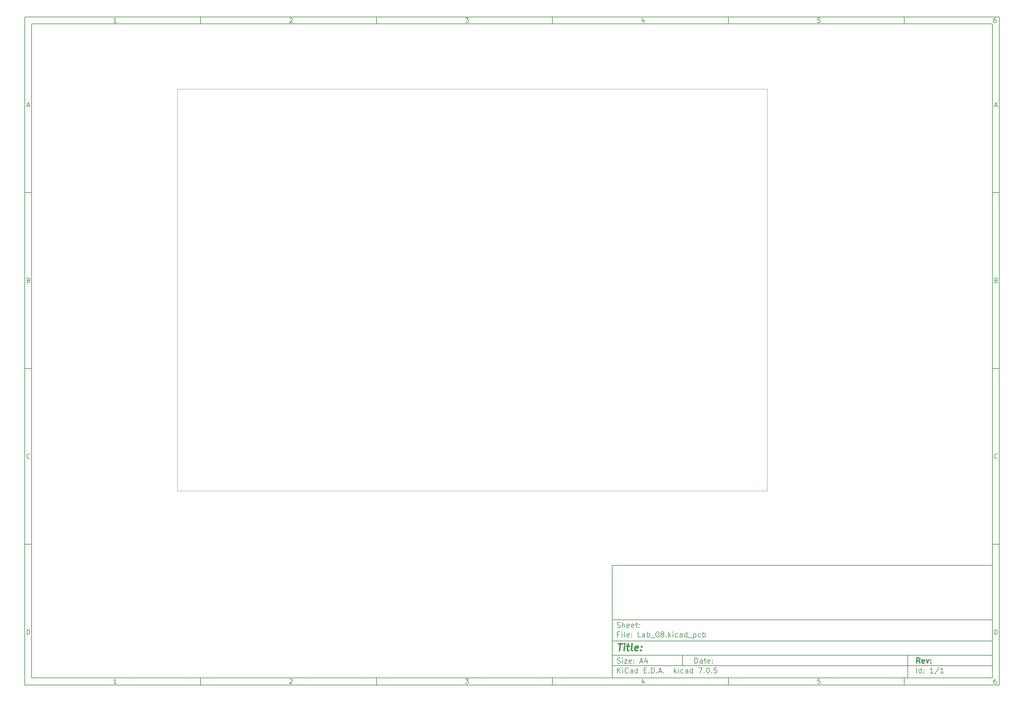
<source format=gbr>
%TF.GenerationSoftware,KiCad,Pcbnew,7.0.5*%
%TF.CreationDate,2024-03-20T11:13:37-04:00*%
%TF.ProjectId,Lab_08,4c61625f-3038-42e6-9b69-6361645f7063,rev?*%
%TF.SameCoordinates,Original*%
%TF.FileFunction,Profile,NP*%
%FSLAX46Y46*%
G04 Gerber Fmt 4.6, Leading zero omitted, Abs format (unit mm)*
G04 Created by KiCad (PCBNEW 7.0.5) date 2024-03-20 11:13:37*
%MOMM*%
%LPD*%
G01*
G04 APERTURE LIST*
%ADD10C,0.100000*%
%ADD11C,0.150000*%
%ADD12C,0.300000*%
%ADD13C,0.400000*%
%TA.AperFunction,Profile*%
%ADD14C,0.100000*%
%TD*%
G04 APERTURE END LIST*
D10*
D11*
X177002200Y-166007200D02*
X285002200Y-166007200D01*
X285002200Y-198007200D01*
X177002200Y-198007200D01*
X177002200Y-166007200D01*
D10*
D11*
X10000000Y-10000000D02*
X287002200Y-10000000D01*
X287002200Y-200007200D01*
X10000000Y-200007200D01*
X10000000Y-10000000D01*
D10*
D11*
X12000000Y-12000000D02*
X285002200Y-12000000D01*
X285002200Y-198007200D01*
X12000000Y-198007200D01*
X12000000Y-12000000D01*
D10*
D11*
X60000000Y-12000000D02*
X60000000Y-10000000D01*
D10*
D11*
X110000000Y-12000000D02*
X110000000Y-10000000D01*
D10*
D11*
X160000000Y-12000000D02*
X160000000Y-10000000D01*
D10*
D11*
X210000000Y-12000000D02*
X210000000Y-10000000D01*
D10*
D11*
X260000000Y-12000000D02*
X260000000Y-10000000D01*
D10*
D11*
X36089160Y-11593604D02*
X35346303Y-11593604D01*
X35717731Y-11593604D02*
X35717731Y-10293604D01*
X35717731Y-10293604D02*
X35593922Y-10479319D01*
X35593922Y-10479319D02*
X35470112Y-10603128D01*
X35470112Y-10603128D02*
X35346303Y-10665033D01*
D10*
D11*
X85346303Y-10417414D02*
X85408207Y-10355509D01*
X85408207Y-10355509D02*
X85532017Y-10293604D01*
X85532017Y-10293604D02*
X85841541Y-10293604D01*
X85841541Y-10293604D02*
X85965350Y-10355509D01*
X85965350Y-10355509D02*
X86027255Y-10417414D01*
X86027255Y-10417414D02*
X86089160Y-10541223D01*
X86089160Y-10541223D02*
X86089160Y-10665033D01*
X86089160Y-10665033D02*
X86027255Y-10850747D01*
X86027255Y-10850747D02*
X85284398Y-11593604D01*
X85284398Y-11593604D02*
X86089160Y-11593604D01*
D10*
D11*
X135284398Y-10293604D02*
X136089160Y-10293604D01*
X136089160Y-10293604D02*
X135655826Y-10788842D01*
X135655826Y-10788842D02*
X135841541Y-10788842D01*
X135841541Y-10788842D02*
X135965350Y-10850747D01*
X135965350Y-10850747D02*
X136027255Y-10912652D01*
X136027255Y-10912652D02*
X136089160Y-11036461D01*
X136089160Y-11036461D02*
X136089160Y-11345985D01*
X136089160Y-11345985D02*
X136027255Y-11469795D01*
X136027255Y-11469795D02*
X135965350Y-11531700D01*
X135965350Y-11531700D02*
X135841541Y-11593604D01*
X135841541Y-11593604D02*
X135470112Y-11593604D01*
X135470112Y-11593604D02*
X135346303Y-11531700D01*
X135346303Y-11531700D02*
X135284398Y-11469795D01*
D10*
D11*
X185965350Y-10726938D02*
X185965350Y-11593604D01*
X185655826Y-10231700D02*
X185346303Y-11160271D01*
X185346303Y-11160271D02*
X186151064Y-11160271D01*
D10*
D11*
X236027255Y-10293604D02*
X235408207Y-10293604D01*
X235408207Y-10293604D02*
X235346303Y-10912652D01*
X235346303Y-10912652D02*
X235408207Y-10850747D01*
X235408207Y-10850747D02*
X235532017Y-10788842D01*
X235532017Y-10788842D02*
X235841541Y-10788842D01*
X235841541Y-10788842D02*
X235965350Y-10850747D01*
X235965350Y-10850747D02*
X236027255Y-10912652D01*
X236027255Y-10912652D02*
X236089160Y-11036461D01*
X236089160Y-11036461D02*
X236089160Y-11345985D01*
X236089160Y-11345985D02*
X236027255Y-11469795D01*
X236027255Y-11469795D02*
X235965350Y-11531700D01*
X235965350Y-11531700D02*
X235841541Y-11593604D01*
X235841541Y-11593604D02*
X235532017Y-11593604D01*
X235532017Y-11593604D02*
X235408207Y-11531700D01*
X235408207Y-11531700D02*
X235346303Y-11469795D01*
D10*
D11*
X285965350Y-10293604D02*
X285717731Y-10293604D01*
X285717731Y-10293604D02*
X285593922Y-10355509D01*
X285593922Y-10355509D02*
X285532017Y-10417414D01*
X285532017Y-10417414D02*
X285408207Y-10603128D01*
X285408207Y-10603128D02*
X285346303Y-10850747D01*
X285346303Y-10850747D02*
X285346303Y-11345985D01*
X285346303Y-11345985D02*
X285408207Y-11469795D01*
X285408207Y-11469795D02*
X285470112Y-11531700D01*
X285470112Y-11531700D02*
X285593922Y-11593604D01*
X285593922Y-11593604D02*
X285841541Y-11593604D01*
X285841541Y-11593604D02*
X285965350Y-11531700D01*
X285965350Y-11531700D02*
X286027255Y-11469795D01*
X286027255Y-11469795D02*
X286089160Y-11345985D01*
X286089160Y-11345985D02*
X286089160Y-11036461D01*
X286089160Y-11036461D02*
X286027255Y-10912652D01*
X286027255Y-10912652D02*
X285965350Y-10850747D01*
X285965350Y-10850747D02*
X285841541Y-10788842D01*
X285841541Y-10788842D02*
X285593922Y-10788842D01*
X285593922Y-10788842D02*
X285470112Y-10850747D01*
X285470112Y-10850747D02*
X285408207Y-10912652D01*
X285408207Y-10912652D02*
X285346303Y-11036461D01*
D10*
D11*
X60000000Y-198007200D02*
X60000000Y-200007200D01*
D10*
D11*
X110000000Y-198007200D02*
X110000000Y-200007200D01*
D10*
D11*
X160000000Y-198007200D02*
X160000000Y-200007200D01*
D10*
D11*
X210000000Y-198007200D02*
X210000000Y-200007200D01*
D10*
D11*
X260000000Y-198007200D02*
X260000000Y-200007200D01*
D10*
D11*
X36089160Y-199600804D02*
X35346303Y-199600804D01*
X35717731Y-199600804D02*
X35717731Y-198300804D01*
X35717731Y-198300804D02*
X35593922Y-198486519D01*
X35593922Y-198486519D02*
X35470112Y-198610328D01*
X35470112Y-198610328D02*
X35346303Y-198672233D01*
D10*
D11*
X85346303Y-198424614D02*
X85408207Y-198362709D01*
X85408207Y-198362709D02*
X85532017Y-198300804D01*
X85532017Y-198300804D02*
X85841541Y-198300804D01*
X85841541Y-198300804D02*
X85965350Y-198362709D01*
X85965350Y-198362709D02*
X86027255Y-198424614D01*
X86027255Y-198424614D02*
X86089160Y-198548423D01*
X86089160Y-198548423D02*
X86089160Y-198672233D01*
X86089160Y-198672233D02*
X86027255Y-198857947D01*
X86027255Y-198857947D02*
X85284398Y-199600804D01*
X85284398Y-199600804D02*
X86089160Y-199600804D01*
D10*
D11*
X135284398Y-198300804D02*
X136089160Y-198300804D01*
X136089160Y-198300804D02*
X135655826Y-198796042D01*
X135655826Y-198796042D02*
X135841541Y-198796042D01*
X135841541Y-198796042D02*
X135965350Y-198857947D01*
X135965350Y-198857947D02*
X136027255Y-198919852D01*
X136027255Y-198919852D02*
X136089160Y-199043661D01*
X136089160Y-199043661D02*
X136089160Y-199353185D01*
X136089160Y-199353185D02*
X136027255Y-199476995D01*
X136027255Y-199476995D02*
X135965350Y-199538900D01*
X135965350Y-199538900D02*
X135841541Y-199600804D01*
X135841541Y-199600804D02*
X135470112Y-199600804D01*
X135470112Y-199600804D02*
X135346303Y-199538900D01*
X135346303Y-199538900D02*
X135284398Y-199476995D01*
D10*
D11*
X185965350Y-198734138D02*
X185965350Y-199600804D01*
X185655826Y-198238900D02*
X185346303Y-199167471D01*
X185346303Y-199167471D02*
X186151064Y-199167471D01*
D10*
D11*
X236027255Y-198300804D02*
X235408207Y-198300804D01*
X235408207Y-198300804D02*
X235346303Y-198919852D01*
X235346303Y-198919852D02*
X235408207Y-198857947D01*
X235408207Y-198857947D02*
X235532017Y-198796042D01*
X235532017Y-198796042D02*
X235841541Y-198796042D01*
X235841541Y-198796042D02*
X235965350Y-198857947D01*
X235965350Y-198857947D02*
X236027255Y-198919852D01*
X236027255Y-198919852D02*
X236089160Y-199043661D01*
X236089160Y-199043661D02*
X236089160Y-199353185D01*
X236089160Y-199353185D02*
X236027255Y-199476995D01*
X236027255Y-199476995D02*
X235965350Y-199538900D01*
X235965350Y-199538900D02*
X235841541Y-199600804D01*
X235841541Y-199600804D02*
X235532017Y-199600804D01*
X235532017Y-199600804D02*
X235408207Y-199538900D01*
X235408207Y-199538900D02*
X235346303Y-199476995D01*
D10*
D11*
X285965350Y-198300804D02*
X285717731Y-198300804D01*
X285717731Y-198300804D02*
X285593922Y-198362709D01*
X285593922Y-198362709D02*
X285532017Y-198424614D01*
X285532017Y-198424614D02*
X285408207Y-198610328D01*
X285408207Y-198610328D02*
X285346303Y-198857947D01*
X285346303Y-198857947D02*
X285346303Y-199353185D01*
X285346303Y-199353185D02*
X285408207Y-199476995D01*
X285408207Y-199476995D02*
X285470112Y-199538900D01*
X285470112Y-199538900D02*
X285593922Y-199600804D01*
X285593922Y-199600804D02*
X285841541Y-199600804D01*
X285841541Y-199600804D02*
X285965350Y-199538900D01*
X285965350Y-199538900D02*
X286027255Y-199476995D01*
X286027255Y-199476995D02*
X286089160Y-199353185D01*
X286089160Y-199353185D02*
X286089160Y-199043661D01*
X286089160Y-199043661D02*
X286027255Y-198919852D01*
X286027255Y-198919852D02*
X285965350Y-198857947D01*
X285965350Y-198857947D02*
X285841541Y-198796042D01*
X285841541Y-198796042D02*
X285593922Y-198796042D01*
X285593922Y-198796042D02*
X285470112Y-198857947D01*
X285470112Y-198857947D02*
X285408207Y-198919852D01*
X285408207Y-198919852D02*
X285346303Y-199043661D01*
D10*
D11*
X10000000Y-60000000D02*
X12000000Y-60000000D01*
D10*
D11*
X10000000Y-110000000D02*
X12000000Y-110000000D01*
D10*
D11*
X10000000Y-160000000D02*
X12000000Y-160000000D01*
D10*
D11*
X10690476Y-35222176D02*
X11309523Y-35222176D01*
X10566666Y-35593604D02*
X10999999Y-34293604D01*
X10999999Y-34293604D02*
X11433333Y-35593604D01*
D10*
D11*
X11092857Y-84912652D02*
X11278571Y-84974557D01*
X11278571Y-84974557D02*
X11340476Y-85036461D01*
X11340476Y-85036461D02*
X11402380Y-85160271D01*
X11402380Y-85160271D02*
X11402380Y-85345985D01*
X11402380Y-85345985D02*
X11340476Y-85469795D01*
X11340476Y-85469795D02*
X11278571Y-85531700D01*
X11278571Y-85531700D02*
X11154761Y-85593604D01*
X11154761Y-85593604D02*
X10659523Y-85593604D01*
X10659523Y-85593604D02*
X10659523Y-84293604D01*
X10659523Y-84293604D02*
X11092857Y-84293604D01*
X11092857Y-84293604D02*
X11216666Y-84355509D01*
X11216666Y-84355509D02*
X11278571Y-84417414D01*
X11278571Y-84417414D02*
X11340476Y-84541223D01*
X11340476Y-84541223D02*
X11340476Y-84665033D01*
X11340476Y-84665033D02*
X11278571Y-84788842D01*
X11278571Y-84788842D02*
X11216666Y-84850747D01*
X11216666Y-84850747D02*
X11092857Y-84912652D01*
X11092857Y-84912652D02*
X10659523Y-84912652D01*
D10*
D11*
X11402380Y-135469795D02*
X11340476Y-135531700D01*
X11340476Y-135531700D02*
X11154761Y-135593604D01*
X11154761Y-135593604D02*
X11030952Y-135593604D01*
X11030952Y-135593604D02*
X10845238Y-135531700D01*
X10845238Y-135531700D02*
X10721428Y-135407890D01*
X10721428Y-135407890D02*
X10659523Y-135284080D01*
X10659523Y-135284080D02*
X10597619Y-135036461D01*
X10597619Y-135036461D02*
X10597619Y-134850747D01*
X10597619Y-134850747D02*
X10659523Y-134603128D01*
X10659523Y-134603128D02*
X10721428Y-134479319D01*
X10721428Y-134479319D02*
X10845238Y-134355509D01*
X10845238Y-134355509D02*
X11030952Y-134293604D01*
X11030952Y-134293604D02*
X11154761Y-134293604D01*
X11154761Y-134293604D02*
X11340476Y-134355509D01*
X11340476Y-134355509D02*
X11402380Y-134417414D01*
D10*
D11*
X10659523Y-185593604D02*
X10659523Y-184293604D01*
X10659523Y-184293604D02*
X10969047Y-184293604D01*
X10969047Y-184293604D02*
X11154761Y-184355509D01*
X11154761Y-184355509D02*
X11278571Y-184479319D01*
X11278571Y-184479319D02*
X11340476Y-184603128D01*
X11340476Y-184603128D02*
X11402380Y-184850747D01*
X11402380Y-184850747D02*
X11402380Y-185036461D01*
X11402380Y-185036461D02*
X11340476Y-185284080D01*
X11340476Y-185284080D02*
X11278571Y-185407890D01*
X11278571Y-185407890D02*
X11154761Y-185531700D01*
X11154761Y-185531700D02*
X10969047Y-185593604D01*
X10969047Y-185593604D02*
X10659523Y-185593604D01*
D10*
D11*
X287002200Y-60000000D02*
X285002200Y-60000000D01*
D10*
D11*
X287002200Y-110000000D02*
X285002200Y-110000000D01*
D10*
D11*
X287002200Y-160000000D02*
X285002200Y-160000000D01*
D10*
D11*
X285692676Y-35222176D02*
X286311723Y-35222176D01*
X285568866Y-35593604D02*
X286002199Y-34293604D01*
X286002199Y-34293604D02*
X286435533Y-35593604D01*
D10*
D11*
X286095057Y-84912652D02*
X286280771Y-84974557D01*
X286280771Y-84974557D02*
X286342676Y-85036461D01*
X286342676Y-85036461D02*
X286404580Y-85160271D01*
X286404580Y-85160271D02*
X286404580Y-85345985D01*
X286404580Y-85345985D02*
X286342676Y-85469795D01*
X286342676Y-85469795D02*
X286280771Y-85531700D01*
X286280771Y-85531700D02*
X286156961Y-85593604D01*
X286156961Y-85593604D02*
X285661723Y-85593604D01*
X285661723Y-85593604D02*
X285661723Y-84293604D01*
X285661723Y-84293604D02*
X286095057Y-84293604D01*
X286095057Y-84293604D02*
X286218866Y-84355509D01*
X286218866Y-84355509D02*
X286280771Y-84417414D01*
X286280771Y-84417414D02*
X286342676Y-84541223D01*
X286342676Y-84541223D02*
X286342676Y-84665033D01*
X286342676Y-84665033D02*
X286280771Y-84788842D01*
X286280771Y-84788842D02*
X286218866Y-84850747D01*
X286218866Y-84850747D02*
X286095057Y-84912652D01*
X286095057Y-84912652D02*
X285661723Y-84912652D01*
D10*
D11*
X286404580Y-135469795D02*
X286342676Y-135531700D01*
X286342676Y-135531700D02*
X286156961Y-135593604D01*
X286156961Y-135593604D02*
X286033152Y-135593604D01*
X286033152Y-135593604D02*
X285847438Y-135531700D01*
X285847438Y-135531700D02*
X285723628Y-135407890D01*
X285723628Y-135407890D02*
X285661723Y-135284080D01*
X285661723Y-135284080D02*
X285599819Y-135036461D01*
X285599819Y-135036461D02*
X285599819Y-134850747D01*
X285599819Y-134850747D02*
X285661723Y-134603128D01*
X285661723Y-134603128D02*
X285723628Y-134479319D01*
X285723628Y-134479319D02*
X285847438Y-134355509D01*
X285847438Y-134355509D02*
X286033152Y-134293604D01*
X286033152Y-134293604D02*
X286156961Y-134293604D01*
X286156961Y-134293604D02*
X286342676Y-134355509D01*
X286342676Y-134355509D02*
X286404580Y-134417414D01*
D10*
D11*
X285661723Y-185593604D02*
X285661723Y-184293604D01*
X285661723Y-184293604D02*
X285971247Y-184293604D01*
X285971247Y-184293604D02*
X286156961Y-184355509D01*
X286156961Y-184355509D02*
X286280771Y-184479319D01*
X286280771Y-184479319D02*
X286342676Y-184603128D01*
X286342676Y-184603128D02*
X286404580Y-184850747D01*
X286404580Y-184850747D02*
X286404580Y-185036461D01*
X286404580Y-185036461D02*
X286342676Y-185284080D01*
X286342676Y-185284080D02*
X286280771Y-185407890D01*
X286280771Y-185407890D02*
X286156961Y-185531700D01*
X286156961Y-185531700D02*
X285971247Y-185593604D01*
X285971247Y-185593604D02*
X285661723Y-185593604D01*
D10*
D11*
X200458026Y-193793328D02*
X200458026Y-192293328D01*
X200458026Y-192293328D02*
X200815169Y-192293328D01*
X200815169Y-192293328D02*
X201029455Y-192364757D01*
X201029455Y-192364757D02*
X201172312Y-192507614D01*
X201172312Y-192507614D02*
X201243741Y-192650471D01*
X201243741Y-192650471D02*
X201315169Y-192936185D01*
X201315169Y-192936185D02*
X201315169Y-193150471D01*
X201315169Y-193150471D02*
X201243741Y-193436185D01*
X201243741Y-193436185D02*
X201172312Y-193579042D01*
X201172312Y-193579042D02*
X201029455Y-193721900D01*
X201029455Y-193721900D02*
X200815169Y-193793328D01*
X200815169Y-193793328D02*
X200458026Y-193793328D01*
X202600884Y-193793328D02*
X202600884Y-193007614D01*
X202600884Y-193007614D02*
X202529455Y-192864757D01*
X202529455Y-192864757D02*
X202386598Y-192793328D01*
X202386598Y-192793328D02*
X202100884Y-192793328D01*
X202100884Y-192793328D02*
X201958026Y-192864757D01*
X202600884Y-193721900D02*
X202458026Y-193793328D01*
X202458026Y-193793328D02*
X202100884Y-193793328D01*
X202100884Y-193793328D02*
X201958026Y-193721900D01*
X201958026Y-193721900D02*
X201886598Y-193579042D01*
X201886598Y-193579042D02*
X201886598Y-193436185D01*
X201886598Y-193436185D02*
X201958026Y-193293328D01*
X201958026Y-193293328D02*
X202100884Y-193221900D01*
X202100884Y-193221900D02*
X202458026Y-193221900D01*
X202458026Y-193221900D02*
X202600884Y-193150471D01*
X203100884Y-192793328D02*
X203672312Y-192793328D01*
X203315169Y-192293328D02*
X203315169Y-193579042D01*
X203315169Y-193579042D02*
X203386598Y-193721900D01*
X203386598Y-193721900D02*
X203529455Y-193793328D01*
X203529455Y-193793328D02*
X203672312Y-193793328D01*
X204743741Y-193721900D02*
X204600884Y-193793328D01*
X204600884Y-193793328D02*
X204315170Y-193793328D01*
X204315170Y-193793328D02*
X204172312Y-193721900D01*
X204172312Y-193721900D02*
X204100884Y-193579042D01*
X204100884Y-193579042D02*
X204100884Y-193007614D01*
X204100884Y-193007614D02*
X204172312Y-192864757D01*
X204172312Y-192864757D02*
X204315170Y-192793328D01*
X204315170Y-192793328D02*
X204600884Y-192793328D01*
X204600884Y-192793328D02*
X204743741Y-192864757D01*
X204743741Y-192864757D02*
X204815170Y-193007614D01*
X204815170Y-193007614D02*
X204815170Y-193150471D01*
X204815170Y-193150471D02*
X204100884Y-193293328D01*
X205458026Y-193650471D02*
X205529455Y-193721900D01*
X205529455Y-193721900D02*
X205458026Y-193793328D01*
X205458026Y-193793328D02*
X205386598Y-193721900D01*
X205386598Y-193721900D02*
X205458026Y-193650471D01*
X205458026Y-193650471D02*
X205458026Y-193793328D01*
X205458026Y-192864757D02*
X205529455Y-192936185D01*
X205529455Y-192936185D02*
X205458026Y-193007614D01*
X205458026Y-193007614D02*
X205386598Y-192936185D01*
X205386598Y-192936185D02*
X205458026Y-192864757D01*
X205458026Y-192864757D02*
X205458026Y-193007614D01*
D10*
D11*
X177002200Y-194507200D02*
X285002200Y-194507200D01*
D10*
D11*
X178458026Y-196593328D02*
X178458026Y-195093328D01*
X179315169Y-196593328D02*
X178672312Y-195736185D01*
X179315169Y-195093328D02*
X178458026Y-195950471D01*
X179958026Y-196593328D02*
X179958026Y-195593328D01*
X179958026Y-195093328D02*
X179886598Y-195164757D01*
X179886598Y-195164757D02*
X179958026Y-195236185D01*
X179958026Y-195236185D02*
X180029455Y-195164757D01*
X180029455Y-195164757D02*
X179958026Y-195093328D01*
X179958026Y-195093328D02*
X179958026Y-195236185D01*
X181529455Y-196450471D02*
X181458027Y-196521900D01*
X181458027Y-196521900D02*
X181243741Y-196593328D01*
X181243741Y-196593328D02*
X181100884Y-196593328D01*
X181100884Y-196593328D02*
X180886598Y-196521900D01*
X180886598Y-196521900D02*
X180743741Y-196379042D01*
X180743741Y-196379042D02*
X180672312Y-196236185D01*
X180672312Y-196236185D02*
X180600884Y-195950471D01*
X180600884Y-195950471D02*
X180600884Y-195736185D01*
X180600884Y-195736185D02*
X180672312Y-195450471D01*
X180672312Y-195450471D02*
X180743741Y-195307614D01*
X180743741Y-195307614D02*
X180886598Y-195164757D01*
X180886598Y-195164757D02*
X181100884Y-195093328D01*
X181100884Y-195093328D02*
X181243741Y-195093328D01*
X181243741Y-195093328D02*
X181458027Y-195164757D01*
X181458027Y-195164757D02*
X181529455Y-195236185D01*
X182815170Y-196593328D02*
X182815170Y-195807614D01*
X182815170Y-195807614D02*
X182743741Y-195664757D01*
X182743741Y-195664757D02*
X182600884Y-195593328D01*
X182600884Y-195593328D02*
X182315170Y-195593328D01*
X182315170Y-195593328D02*
X182172312Y-195664757D01*
X182815170Y-196521900D02*
X182672312Y-196593328D01*
X182672312Y-196593328D02*
X182315170Y-196593328D01*
X182315170Y-196593328D02*
X182172312Y-196521900D01*
X182172312Y-196521900D02*
X182100884Y-196379042D01*
X182100884Y-196379042D02*
X182100884Y-196236185D01*
X182100884Y-196236185D02*
X182172312Y-196093328D01*
X182172312Y-196093328D02*
X182315170Y-196021900D01*
X182315170Y-196021900D02*
X182672312Y-196021900D01*
X182672312Y-196021900D02*
X182815170Y-195950471D01*
X184172313Y-196593328D02*
X184172313Y-195093328D01*
X184172313Y-196521900D02*
X184029455Y-196593328D01*
X184029455Y-196593328D02*
X183743741Y-196593328D01*
X183743741Y-196593328D02*
X183600884Y-196521900D01*
X183600884Y-196521900D02*
X183529455Y-196450471D01*
X183529455Y-196450471D02*
X183458027Y-196307614D01*
X183458027Y-196307614D02*
X183458027Y-195879042D01*
X183458027Y-195879042D02*
X183529455Y-195736185D01*
X183529455Y-195736185D02*
X183600884Y-195664757D01*
X183600884Y-195664757D02*
X183743741Y-195593328D01*
X183743741Y-195593328D02*
X184029455Y-195593328D01*
X184029455Y-195593328D02*
X184172313Y-195664757D01*
X186029455Y-195807614D02*
X186529455Y-195807614D01*
X186743741Y-196593328D02*
X186029455Y-196593328D01*
X186029455Y-196593328D02*
X186029455Y-195093328D01*
X186029455Y-195093328D02*
X186743741Y-195093328D01*
X187386598Y-196450471D02*
X187458027Y-196521900D01*
X187458027Y-196521900D02*
X187386598Y-196593328D01*
X187386598Y-196593328D02*
X187315170Y-196521900D01*
X187315170Y-196521900D02*
X187386598Y-196450471D01*
X187386598Y-196450471D02*
X187386598Y-196593328D01*
X188100884Y-196593328D02*
X188100884Y-195093328D01*
X188100884Y-195093328D02*
X188458027Y-195093328D01*
X188458027Y-195093328D02*
X188672313Y-195164757D01*
X188672313Y-195164757D02*
X188815170Y-195307614D01*
X188815170Y-195307614D02*
X188886599Y-195450471D01*
X188886599Y-195450471D02*
X188958027Y-195736185D01*
X188958027Y-195736185D02*
X188958027Y-195950471D01*
X188958027Y-195950471D02*
X188886599Y-196236185D01*
X188886599Y-196236185D02*
X188815170Y-196379042D01*
X188815170Y-196379042D02*
X188672313Y-196521900D01*
X188672313Y-196521900D02*
X188458027Y-196593328D01*
X188458027Y-196593328D02*
X188100884Y-196593328D01*
X189600884Y-196450471D02*
X189672313Y-196521900D01*
X189672313Y-196521900D02*
X189600884Y-196593328D01*
X189600884Y-196593328D02*
X189529456Y-196521900D01*
X189529456Y-196521900D02*
X189600884Y-196450471D01*
X189600884Y-196450471D02*
X189600884Y-196593328D01*
X190243742Y-196164757D02*
X190958028Y-196164757D01*
X190100885Y-196593328D02*
X190600885Y-195093328D01*
X190600885Y-195093328D02*
X191100885Y-196593328D01*
X191600884Y-196450471D02*
X191672313Y-196521900D01*
X191672313Y-196521900D02*
X191600884Y-196593328D01*
X191600884Y-196593328D02*
X191529456Y-196521900D01*
X191529456Y-196521900D02*
X191600884Y-196450471D01*
X191600884Y-196450471D02*
X191600884Y-196593328D01*
X194600884Y-196593328D02*
X194600884Y-195093328D01*
X194743742Y-196021900D02*
X195172313Y-196593328D01*
X195172313Y-195593328D02*
X194600884Y-196164757D01*
X195815170Y-196593328D02*
X195815170Y-195593328D01*
X195815170Y-195093328D02*
X195743742Y-195164757D01*
X195743742Y-195164757D02*
X195815170Y-195236185D01*
X195815170Y-195236185D02*
X195886599Y-195164757D01*
X195886599Y-195164757D02*
X195815170Y-195093328D01*
X195815170Y-195093328D02*
X195815170Y-195236185D01*
X197172314Y-196521900D02*
X197029456Y-196593328D01*
X197029456Y-196593328D02*
X196743742Y-196593328D01*
X196743742Y-196593328D02*
X196600885Y-196521900D01*
X196600885Y-196521900D02*
X196529456Y-196450471D01*
X196529456Y-196450471D02*
X196458028Y-196307614D01*
X196458028Y-196307614D02*
X196458028Y-195879042D01*
X196458028Y-195879042D02*
X196529456Y-195736185D01*
X196529456Y-195736185D02*
X196600885Y-195664757D01*
X196600885Y-195664757D02*
X196743742Y-195593328D01*
X196743742Y-195593328D02*
X197029456Y-195593328D01*
X197029456Y-195593328D02*
X197172314Y-195664757D01*
X198458028Y-196593328D02*
X198458028Y-195807614D01*
X198458028Y-195807614D02*
X198386599Y-195664757D01*
X198386599Y-195664757D02*
X198243742Y-195593328D01*
X198243742Y-195593328D02*
X197958028Y-195593328D01*
X197958028Y-195593328D02*
X197815170Y-195664757D01*
X198458028Y-196521900D02*
X198315170Y-196593328D01*
X198315170Y-196593328D02*
X197958028Y-196593328D01*
X197958028Y-196593328D02*
X197815170Y-196521900D01*
X197815170Y-196521900D02*
X197743742Y-196379042D01*
X197743742Y-196379042D02*
X197743742Y-196236185D01*
X197743742Y-196236185D02*
X197815170Y-196093328D01*
X197815170Y-196093328D02*
X197958028Y-196021900D01*
X197958028Y-196021900D02*
X198315170Y-196021900D01*
X198315170Y-196021900D02*
X198458028Y-195950471D01*
X199815171Y-196593328D02*
X199815171Y-195093328D01*
X199815171Y-196521900D02*
X199672313Y-196593328D01*
X199672313Y-196593328D02*
X199386599Y-196593328D01*
X199386599Y-196593328D02*
X199243742Y-196521900D01*
X199243742Y-196521900D02*
X199172313Y-196450471D01*
X199172313Y-196450471D02*
X199100885Y-196307614D01*
X199100885Y-196307614D02*
X199100885Y-195879042D01*
X199100885Y-195879042D02*
X199172313Y-195736185D01*
X199172313Y-195736185D02*
X199243742Y-195664757D01*
X199243742Y-195664757D02*
X199386599Y-195593328D01*
X199386599Y-195593328D02*
X199672313Y-195593328D01*
X199672313Y-195593328D02*
X199815171Y-195664757D01*
X201529456Y-195093328D02*
X202529456Y-195093328D01*
X202529456Y-195093328D02*
X201886599Y-196593328D01*
X203100884Y-196450471D02*
X203172313Y-196521900D01*
X203172313Y-196521900D02*
X203100884Y-196593328D01*
X203100884Y-196593328D02*
X203029456Y-196521900D01*
X203029456Y-196521900D02*
X203100884Y-196450471D01*
X203100884Y-196450471D02*
X203100884Y-196593328D01*
X204100885Y-195093328D02*
X204243742Y-195093328D01*
X204243742Y-195093328D02*
X204386599Y-195164757D01*
X204386599Y-195164757D02*
X204458028Y-195236185D01*
X204458028Y-195236185D02*
X204529456Y-195379042D01*
X204529456Y-195379042D02*
X204600885Y-195664757D01*
X204600885Y-195664757D02*
X204600885Y-196021900D01*
X204600885Y-196021900D02*
X204529456Y-196307614D01*
X204529456Y-196307614D02*
X204458028Y-196450471D01*
X204458028Y-196450471D02*
X204386599Y-196521900D01*
X204386599Y-196521900D02*
X204243742Y-196593328D01*
X204243742Y-196593328D02*
X204100885Y-196593328D01*
X204100885Y-196593328D02*
X203958028Y-196521900D01*
X203958028Y-196521900D02*
X203886599Y-196450471D01*
X203886599Y-196450471D02*
X203815170Y-196307614D01*
X203815170Y-196307614D02*
X203743742Y-196021900D01*
X203743742Y-196021900D02*
X203743742Y-195664757D01*
X203743742Y-195664757D02*
X203815170Y-195379042D01*
X203815170Y-195379042D02*
X203886599Y-195236185D01*
X203886599Y-195236185D02*
X203958028Y-195164757D01*
X203958028Y-195164757D02*
X204100885Y-195093328D01*
X205243741Y-196450471D02*
X205315170Y-196521900D01*
X205315170Y-196521900D02*
X205243741Y-196593328D01*
X205243741Y-196593328D02*
X205172313Y-196521900D01*
X205172313Y-196521900D02*
X205243741Y-196450471D01*
X205243741Y-196450471D02*
X205243741Y-196593328D01*
X206672313Y-195093328D02*
X205958027Y-195093328D01*
X205958027Y-195093328D02*
X205886599Y-195807614D01*
X205886599Y-195807614D02*
X205958027Y-195736185D01*
X205958027Y-195736185D02*
X206100885Y-195664757D01*
X206100885Y-195664757D02*
X206458027Y-195664757D01*
X206458027Y-195664757D02*
X206600885Y-195736185D01*
X206600885Y-195736185D02*
X206672313Y-195807614D01*
X206672313Y-195807614D02*
X206743742Y-195950471D01*
X206743742Y-195950471D02*
X206743742Y-196307614D01*
X206743742Y-196307614D02*
X206672313Y-196450471D01*
X206672313Y-196450471D02*
X206600885Y-196521900D01*
X206600885Y-196521900D02*
X206458027Y-196593328D01*
X206458027Y-196593328D02*
X206100885Y-196593328D01*
X206100885Y-196593328D02*
X205958027Y-196521900D01*
X205958027Y-196521900D02*
X205886599Y-196450471D01*
D10*
D11*
X177002200Y-191507200D02*
X285002200Y-191507200D01*
D10*
D12*
X264413853Y-193785528D02*
X263913853Y-193071242D01*
X263556710Y-193785528D02*
X263556710Y-192285528D01*
X263556710Y-192285528D02*
X264128139Y-192285528D01*
X264128139Y-192285528D02*
X264270996Y-192356957D01*
X264270996Y-192356957D02*
X264342425Y-192428385D01*
X264342425Y-192428385D02*
X264413853Y-192571242D01*
X264413853Y-192571242D02*
X264413853Y-192785528D01*
X264413853Y-192785528D02*
X264342425Y-192928385D01*
X264342425Y-192928385D02*
X264270996Y-192999814D01*
X264270996Y-192999814D02*
X264128139Y-193071242D01*
X264128139Y-193071242D02*
X263556710Y-193071242D01*
X265628139Y-193714100D02*
X265485282Y-193785528D01*
X265485282Y-193785528D02*
X265199568Y-193785528D01*
X265199568Y-193785528D02*
X265056710Y-193714100D01*
X265056710Y-193714100D02*
X264985282Y-193571242D01*
X264985282Y-193571242D02*
X264985282Y-192999814D01*
X264985282Y-192999814D02*
X265056710Y-192856957D01*
X265056710Y-192856957D02*
X265199568Y-192785528D01*
X265199568Y-192785528D02*
X265485282Y-192785528D01*
X265485282Y-192785528D02*
X265628139Y-192856957D01*
X265628139Y-192856957D02*
X265699568Y-192999814D01*
X265699568Y-192999814D02*
X265699568Y-193142671D01*
X265699568Y-193142671D02*
X264985282Y-193285528D01*
X266199567Y-192785528D02*
X266556710Y-193785528D01*
X266556710Y-193785528D02*
X266913853Y-192785528D01*
X267485281Y-193642671D02*
X267556710Y-193714100D01*
X267556710Y-193714100D02*
X267485281Y-193785528D01*
X267485281Y-193785528D02*
X267413853Y-193714100D01*
X267413853Y-193714100D02*
X267485281Y-193642671D01*
X267485281Y-193642671D02*
X267485281Y-193785528D01*
X267485281Y-192856957D02*
X267556710Y-192928385D01*
X267556710Y-192928385D02*
X267485281Y-192999814D01*
X267485281Y-192999814D02*
X267413853Y-192928385D01*
X267413853Y-192928385D02*
X267485281Y-192856957D01*
X267485281Y-192856957D02*
X267485281Y-192999814D01*
D10*
D11*
X178386598Y-193721900D02*
X178600884Y-193793328D01*
X178600884Y-193793328D02*
X178958026Y-193793328D01*
X178958026Y-193793328D02*
X179100884Y-193721900D01*
X179100884Y-193721900D02*
X179172312Y-193650471D01*
X179172312Y-193650471D02*
X179243741Y-193507614D01*
X179243741Y-193507614D02*
X179243741Y-193364757D01*
X179243741Y-193364757D02*
X179172312Y-193221900D01*
X179172312Y-193221900D02*
X179100884Y-193150471D01*
X179100884Y-193150471D02*
X178958026Y-193079042D01*
X178958026Y-193079042D02*
X178672312Y-193007614D01*
X178672312Y-193007614D02*
X178529455Y-192936185D01*
X178529455Y-192936185D02*
X178458026Y-192864757D01*
X178458026Y-192864757D02*
X178386598Y-192721900D01*
X178386598Y-192721900D02*
X178386598Y-192579042D01*
X178386598Y-192579042D02*
X178458026Y-192436185D01*
X178458026Y-192436185D02*
X178529455Y-192364757D01*
X178529455Y-192364757D02*
X178672312Y-192293328D01*
X178672312Y-192293328D02*
X179029455Y-192293328D01*
X179029455Y-192293328D02*
X179243741Y-192364757D01*
X179886597Y-193793328D02*
X179886597Y-192793328D01*
X179886597Y-192293328D02*
X179815169Y-192364757D01*
X179815169Y-192364757D02*
X179886597Y-192436185D01*
X179886597Y-192436185D02*
X179958026Y-192364757D01*
X179958026Y-192364757D02*
X179886597Y-192293328D01*
X179886597Y-192293328D02*
X179886597Y-192436185D01*
X180458026Y-192793328D02*
X181243741Y-192793328D01*
X181243741Y-192793328D02*
X180458026Y-193793328D01*
X180458026Y-193793328D02*
X181243741Y-193793328D01*
X182386598Y-193721900D02*
X182243741Y-193793328D01*
X182243741Y-193793328D02*
X181958027Y-193793328D01*
X181958027Y-193793328D02*
X181815169Y-193721900D01*
X181815169Y-193721900D02*
X181743741Y-193579042D01*
X181743741Y-193579042D02*
X181743741Y-193007614D01*
X181743741Y-193007614D02*
X181815169Y-192864757D01*
X181815169Y-192864757D02*
X181958027Y-192793328D01*
X181958027Y-192793328D02*
X182243741Y-192793328D01*
X182243741Y-192793328D02*
X182386598Y-192864757D01*
X182386598Y-192864757D02*
X182458027Y-193007614D01*
X182458027Y-193007614D02*
X182458027Y-193150471D01*
X182458027Y-193150471D02*
X181743741Y-193293328D01*
X183100883Y-193650471D02*
X183172312Y-193721900D01*
X183172312Y-193721900D02*
X183100883Y-193793328D01*
X183100883Y-193793328D02*
X183029455Y-193721900D01*
X183029455Y-193721900D02*
X183100883Y-193650471D01*
X183100883Y-193650471D02*
X183100883Y-193793328D01*
X183100883Y-192864757D02*
X183172312Y-192936185D01*
X183172312Y-192936185D02*
X183100883Y-193007614D01*
X183100883Y-193007614D02*
X183029455Y-192936185D01*
X183029455Y-192936185D02*
X183100883Y-192864757D01*
X183100883Y-192864757D02*
X183100883Y-193007614D01*
X184886598Y-193364757D02*
X185600884Y-193364757D01*
X184743741Y-193793328D02*
X185243741Y-192293328D01*
X185243741Y-192293328D02*
X185743741Y-193793328D01*
X186886598Y-192793328D02*
X186886598Y-193793328D01*
X186529455Y-192221900D02*
X186172312Y-193293328D01*
X186172312Y-193293328D02*
X187100883Y-193293328D01*
D10*
D11*
X263458026Y-196593328D02*
X263458026Y-195093328D01*
X264815170Y-196593328D02*
X264815170Y-195093328D01*
X264815170Y-196521900D02*
X264672312Y-196593328D01*
X264672312Y-196593328D02*
X264386598Y-196593328D01*
X264386598Y-196593328D02*
X264243741Y-196521900D01*
X264243741Y-196521900D02*
X264172312Y-196450471D01*
X264172312Y-196450471D02*
X264100884Y-196307614D01*
X264100884Y-196307614D02*
X264100884Y-195879042D01*
X264100884Y-195879042D02*
X264172312Y-195736185D01*
X264172312Y-195736185D02*
X264243741Y-195664757D01*
X264243741Y-195664757D02*
X264386598Y-195593328D01*
X264386598Y-195593328D02*
X264672312Y-195593328D01*
X264672312Y-195593328D02*
X264815170Y-195664757D01*
X265529455Y-196450471D02*
X265600884Y-196521900D01*
X265600884Y-196521900D02*
X265529455Y-196593328D01*
X265529455Y-196593328D02*
X265458027Y-196521900D01*
X265458027Y-196521900D02*
X265529455Y-196450471D01*
X265529455Y-196450471D02*
X265529455Y-196593328D01*
X265529455Y-195664757D02*
X265600884Y-195736185D01*
X265600884Y-195736185D02*
X265529455Y-195807614D01*
X265529455Y-195807614D02*
X265458027Y-195736185D01*
X265458027Y-195736185D02*
X265529455Y-195664757D01*
X265529455Y-195664757D02*
X265529455Y-195807614D01*
X268172313Y-196593328D02*
X267315170Y-196593328D01*
X267743741Y-196593328D02*
X267743741Y-195093328D01*
X267743741Y-195093328D02*
X267600884Y-195307614D01*
X267600884Y-195307614D02*
X267458027Y-195450471D01*
X267458027Y-195450471D02*
X267315170Y-195521900D01*
X269886598Y-195021900D02*
X268600884Y-196950471D01*
X271172313Y-196593328D02*
X270315170Y-196593328D01*
X270743741Y-196593328D02*
X270743741Y-195093328D01*
X270743741Y-195093328D02*
X270600884Y-195307614D01*
X270600884Y-195307614D02*
X270458027Y-195450471D01*
X270458027Y-195450471D02*
X270315170Y-195521900D01*
D10*
D11*
X177002200Y-187507200D02*
X285002200Y-187507200D01*
D10*
D13*
X178693928Y-188211638D02*
X179836785Y-188211638D01*
X179015357Y-190211638D02*
X179265357Y-188211638D01*
X180253452Y-190211638D02*
X180420119Y-188878304D01*
X180503452Y-188211638D02*
X180396309Y-188306876D01*
X180396309Y-188306876D02*
X180479643Y-188402114D01*
X180479643Y-188402114D02*
X180586786Y-188306876D01*
X180586786Y-188306876D02*
X180503452Y-188211638D01*
X180503452Y-188211638D02*
X180479643Y-188402114D01*
X181086786Y-188878304D02*
X181848690Y-188878304D01*
X181455833Y-188211638D02*
X181241548Y-189925923D01*
X181241548Y-189925923D02*
X181312976Y-190116400D01*
X181312976Y-190116400D02*
X181491548Y-190211638D01*
X181491548Y-190211638D02*
X181682024Y-190211638D01*
X182634405Y-190211638D02*
X182455833Y-190116400D01*
X182455833Y-190116400D02*
X182384405Y-189925923D01*
X182384405Y-189925923D02*
X182598690Y-188211638D01*
X184170119Y-190116400D02*
X183967738Y-190211638D01*
X183967738Y-190211638D02*
X183586785Y-190211638D01*
X183586785Y-190211638D02*
X183408214Y-190116400D01*
X183408214Y-190116400D02*
X183336785Y-189925923D01*
X183336785Y-189925923D02*
X183432024Y-189164019D01*
X183432024Y-189164019D02*
X183551071Y-188973542D01*
X183551071Y-188973542D02*
X183753452Y-188878304D01*
X183753452Y-188878304D02*
X184134404Y-188878304D01*
X184134404Y-188878304D02*
X184312976Y-188973542D01*
X184312976Y-188973542D02*
X184384404Y-189164019D01*
X184384404Y-189164019D02*
X184360595Y-189354495D01*
X184360595Y-189354495D02*
X183384404Y-189544971D01*
X185134405Y-190021161D02*
X185217738Y-190116400D01*
X185217738Y-190116400D02*
X185110595Y-190211638D01*
X185110595Y-190211638D02*
X185027262Y-190116400D01*
X185027262Y-190116400D02*
X185134405Y-190021161D01*
X185134405Y-190021161D02*
X185110595Y-190211638D01*
X185265357Y-188973542D02*
X185348690Y-189068780D01*
X185348690Y-189068780D02*
X185241548Y-189164019D01*
X185241548Y-189164019D02*
X185158214Y-189068780D01*
X185158214Y-189068780D02*
X185265357Y-188973542D01*
X185265357Y-188973542D02*
X185241548Y-189164019D01*
D10*
D11*
X178958026Y-185607614D02*
X178458026Y-185607614D01*
X178458026Y-186393328D02*
X178458026Y-184893328D01*
X178458026Y-184893328D02*
X179172312Y-184893328D01*
X179743740Y-186393328D02*
X179743740Y-185393328D01*
X179743740Y-184893328D02*
X179672312Y-184964757D01*
X179672312Y-184964757D02*
X179743740Y-185036185D01*
X179743740Y-185036185D02*
X179815169Y-184964757D01*
X179815169Y-184964757D02*
X179743740Y-184893328D01*
X179743740Y-184893328D02*
X179743740Y-185036185D01*
X180672312Y-186393328D02*
X180529455Y-186321900D01*
X180529455Y-186321900D02*
X180458026Y-186179042D01*
X180458026Y-186179042D02*
X180458026Y-184893328D01*
X181815169Y-186321900D02*
X181672312Y-186393328D01*
X181672312Y-186393328D02*
X181386598Y-186393328D01*
X181386598Y-186393328D02*
X181243740Y-186321900D01*
X181243740Y-186321900D02*
X181172312Y-186179042D01*
X181172312Y-186179042D02*
X181172312Y-185607614D01*
X181172312Y-185607614D02*
X181243740Y-185464757D01*
X181243740Y-185464757D02*
X181386598Y-185393328D01*
X181386598Y-185393328D02*
X181672312Y-185393328D01*
X181672312Y-185393328D02*
X181815169Y-185464757D01*
X181815169Y-185464757D02*
X181886598Y-185607614D01*
X181886598Y-185607614D02*
X181886598Y-185750471D01*
X181886598Y-185750471D02*
X181172312Y-185893328D01*
X182529454Y-186250471D02*
X182600883Y-186321900D01*
X182600883Y-186321900D02*
X182529454Y-186393328D01*
X182529454Y-186393328D02*
X182458026Y-186321900D01*
X182458026Y-186321900D02*
X182529454Y-186250471D01*
X182529454Y-186250471D02*
X182529454Y-186393328D01*
X182529454Y-185464757D02*
X182600883Y-185536185D01*
X182600883Y-185536185D02*
X182529454Y-185607614D01*
X182529454Y-185607614D02*
X182458026Y-185536185D01*
X182458026Y-185536185D02*
X182529454Y-185464757D01*
X182529454Y-185464757D02*
X182529454Y-185607614D01*
X185100883Y-186393328D02*
X184386597Y-186393328D01*
X184386597Y-186393328D02*
X184386597Y-184893328D01*
X186243741Y-186393328D02*
X186243741Y-185607614D01*
X186243741Y-185607614D02*
X186172312Y-185464757D01*
X186172312Y-185464757D02*
X186029455Y-185393328D01*
X186029455Y-185393328D02*
X185743741Y-185393328D01*
X185743741Y-185393328D02*
X185600883Y-185464757D01*
X186243741Y-186321900D02*
X186100883Y-186393328D01*
X186100883Y-186393328D02*
X185743741Y-186393328D01*
X185743741Y-186393328D02*
X185600883Y-186321900D01*
X185600883Y-186321900D02*
X185529455Y-186179042D01*
X185529455Y-186179042D02*
X185529455Y-186036185D01*
X185529455Y-186036185D02*
X185600883Y-185893328D01*
X185600883Y-185893328D02*
X185743741Y-185821900D01*
X185743741Y-185821900D02*
X186100883Y-185821900D01*
X186100883Y-185821900D02*
X186243741Y-185750471D01*
X186958026Y-186393328D02*
X186958026Y-184893328D01*
X186958026Y-185464757D02*
X187100884Y-185393328D01*
X187100884Y-185393328D02*
X187386598Y-185393328D01*
X187386598Y-185393328D02*
X187529455Y-185464757D01*
X187529455Y-185464757D02*
X187600884Y-185536185D01*
X187600884Y-185536185D02*
X187672312Y-185679042D01*
X187672312Y-185679042D02*
X187672312Y-186107614D01*
X187672312Y-186107614D02*
X187600884Y-186250471D01*
X187600884Y-186250471D02*
X187529455Y-186321900D01*
X187529455Y-186321900D02*
X187386598Y-186393328D01*
X187386598Y-186393328D02*
X187100884Y-186393328D01*
X187100884Y-186393328D02*
X186958026Y-186321900D01*
X187958027Y-186536185D02*
X189100884Y-186536185D01*
X189743741Y-184893328D02*
X189886598Y-184893328D01*
X189886598Y-184893328D02*
X190029455Y-184964757D01*
X190029455Y-184964757D02*
X190100884Y-185036185D01*
X190100884Y-185036185D02*
X190172312Y-185179042D01*
X190172312Y-185179042D02*
X190243741Y-185464757D01*
X190243741Y-185464757D02*
X190243741Y-185821900D01*
X190243741Y-185821900D02*
X190172312Y-186107614D01*
X190172312Y-186107614D02*
X190100884Y-186250471D01*
X190100884Y-186250471D02*
X190029455Y-186321900D01*
X190029455Y-186321900D02*
X189886598Y-186393328D01*
X189886598Y-186393328D02*
X189743741Y-186393328D01*
X189743741Y-186393328D02*
X189600884Y-186321900D01*
X189600884Y-186321900D02*
X189529455Y-186250471D01*
X189529455Y-186250471D02*
X189458026Y-186107614D01*
X189458026Y-186107614D02*
X189386598Y-185821900D01*
X189386598Y-185821900D02*
X189386598Y-185464757D01*
X189386598Y-185464757D02*
X189458026Y-185179042D01*
X189458026Y-185179042D02*
X189529455Y-185036185D01*
X189529455Y-185036185D02*
X189600884Y-184964757D01*
X189600884Y-184964757D02*
X189743741Y-184893328D01*
X191100883Y-185536185D02*
X190958026Y-185464757D01*
X190958026Y-185464757D02*
X190886597Y-185393328D01*
X190886597Y-185393328D02*
X190815169Y-185250471D01*
X190815169Y-185250471D02*
X190815169Y-185179042D01*
X190815169Y-185179042D02*
X190886597Y-185036185D01*
X190886597Y-185036185D02*
X190958026Y-184964757D01*
X190958026Y-184964757D02*
X191100883Y-184893328D01*
X191100883Y-184893328D02*
X191386597Y-184893328D01*
X191386597Y-184893328D02*
X191529455Y-184964757D01*
X191529455Y-184964757D02*
X191600883Y-185036185D01*
X191600883Y-185036185D02*
X191672312Y-185179042D01*
X191672312Y-185179042D02*
X191672312Y-185250471D01*
X191672312Y-185250471D02*
X191600883Y-185393328D01*
X191600883Y-185393328D02*
X191529455Y-185464757D01*
X191529455Y-185464757D02*
X191386597Y-185536185D01*
X191386597Y-185536185D02*
X191100883Y-185536185D01*
X191100883Y-185536185D02*
X190958026Y-185607614D01*
X190958026Y-185607614D02*
X190886597Y-185679042D01*
X190886597Y-185679042D02*
X190815169Y-185821900D01*
X190815169Y-185821900D02*
X190815169Y-186107614D01*
X190815169Y-186107614D02*
X190886597Y-186250471D01*
X190886597Y-186250471D02*
X190958026Y-186321900D01*
X190958026Y-186321900D02*
X191100883Y-186393328D01*
X191100883Y-186393328D02*
X191386597Y-186393328D01*
X191386597Y-186393328D02*
X191529455Y-186321900D01*
X191529455Y-186321900D02*
X191600883Y-186250471D01*
X191600883Y-186250471D02*
X191672312Y-186107614D01*
X191672312Y-186107614D02*
X191672312Y-185821900D01*
X191672312Y-185821900D02*
X191600883Y-185679042D01*
X191600883Y-185679042D02*
X191529455Y-185607614D01*
X191529455Y-185607614D02*
X191386597Y-185536185D01*
X192315168Y-186250471D02*
X192386597Y-186321900D01*
X192386597Y-186321900D02*
X192315168Y-186393328D01*
X192315168Y-186393328D02*
X192243740Y-186321900D01*
X192243740Y-186321900D02*
X192315168Y-186250471D01*
X192315168Y-186250471D02*
X192315168Y-186393328D01*
X193029454Y-186393328D02*
X193029454Y-184893328D01*
X193172312Y-185821900D02*
X193600883Y-186393328D01*
X193600883Y-185393328D02*
X193029454Y-185964757D01*
X194243740Y-186393328D02*
X194243740Y-185393328D01*
X194243740Y-184893328D02*
X194172312Y-184964757D01*
X194172312Y-184964757D02*
X194243740Y-185036185D01*
X194243740Y-185036185D02*
X194315169Y-184964757D01*
X194315169Y-184964757D02*
X194243740Y-184893328D01*
X194243740Y-184893328D02*
X194243740Y-185036185D01*
X195600884Y-186321900D02*
X195458026Y-186393328D01*
X195458026Y-186393328D02*
X195172312Y-186393328D01*
X195172312Y-186393328D02*
X195029455Y-186321900D01*
X195029455Y-186321900D02*
X194958026Y-186250471D01*
X194958026Y-186250471D02*
X194886598Y-186107614D01*
X194886598Y-186107614D02*
X194886598Y-185679042D01*
X194886598Y-185679042D02*
X194958026Y-185536185D01*
X194958026Y-185536185D02*
X195029455Y-185464757D01*
X195029455Y-185464757D02*
X195172312Y-185393328D01*
X195172312Y-185393328D02*
X195458026Y-185393328D01*
X195458026Y-185393328D02*
X195600884Y-185464757D01*
X196886598Y-186393328D02*
X196886598Y-185607614D01*
X196886598Y-185607614D02*
X196815169Y-185464757D01*
X196815169Y-185464757D02*
X196672312Y-185393328D01*
X196672312Y-185393328D02*
X196386598Y-185393328D01*
X196386598Y-185393328D02*
X196243740Y-185464757D01*
X196886598Y-186321900D02*
X196743740Y-186393328D01*
X196743740Y-186393328D02*
X196386598Y-186393328D01*
X196386598Y-186393328D02*
X196243740Y-186321900D01*
X196243740Y-186321900D02*
X196172312Y-186179042D01*
X196172312Y-186179042D02*
X196172312Y-186036185D01*
X196172312Y-186036185D02*
X196243740Y-185893328D01*
X196243740Y-185893328D02*
X196386598Y-185821900D01*
X196386598Y-185821900D02*
X196743740Y-185821900D01*
X196743740Y-185821900D02*
X196886598Y-185750471D01*
X198243741Y-186393328D02*
X198243741Y-184893328D01*
X198243741Y-186321900D02*
X198100883Y-186393328D01*
X198100883Y-186393328D02*
X197815169Y-186393328D01*
X197815169Y-186393328D02*
X197672312Y-186321900D01*
X197672312Y-186321900D02*
X197600883Y-186250471D01*
X197600883Y-186250471D02*
X197529455Y-186107614D01*
X197529455Y-186107614D02*
X197529455Y-185679042D01*
X197529455Y-185679042D02*
X197600883Y-185536185D01*
X197600883Y-185536185D02*
X197672312Y-185464757D01*
X197672312Y-185464757D02*
X197815169Y-185393328D01*
X197815169Y-185393328D02*
X198100883Y-185393328D01*
X198100883Y-185393328D02*
X198243741Y-185464757D01*
X198600884Y-186536185D02*
X199743741Y-186536185D01*
X200100883Y-185393328D02*
X200100883Y-186893328D01*
X200100883Y-185464757D02*
X200243741Y-185393328D01*
X200243741Y-185393328D02*
X200529455Y-185393328D01*
X200529455Y-185393328D02*
X200672312Y-185464757D01*
X200672312Y-185464757D02*
X200743741Y-185536185D01*
X200743741Y-185536185D02*
X200815169Y-185679042D01*
X200815169Y-185679042D02*
X200815169Y-186107614D01*
X200815169Y-186107614D02*
X200743741Y-186250471D01*
X200743741Y-186250471D02*
X200672312Y-186321900D01*
X200672312Y-186321900D02*
X200529455Y-186393328D01*
X200529455Y-186393328D02*
X200243741Y-186393328D01*
X200243741Y-186393328D02*
X200100883Y-186321900D01*
X202100884Y-186321900D02*
X201958026Y-186393328D01*
X201958026Y-186393328D02*
X201672312Y-186393328D01*
X201672312Y-186393328D02*
X201529455Y-186321900D01*
X201529455Y-186321900D02*
X201458026Y-186250471D01*
X201458026Y-186250471D02*
X201386598Y-186107614D01*
X201386598Y-186107614D02*
X201386598Y-185679042D01*
X201386598Y-185679042D02*
X201458026Y-185536185D01*
X201458026Y-185536185D02*
X201529455Y-185464757D01*
X201529455Y-185464757D02*
X201672312Y-185393328D01*
X201672312Y-185393328D02*
X201958026Y-185393328D01*
X201958026Y-185393328D02*
X202100884Y-185464757D01*
X202743740Y-186393328D02*
X202743740Y-184893328D01*
X202743740Y-185464757D02*
X202886598Y-185393328D01*
X202886598Y-185393328D02*
X203172312Y-185393328D01*
X203172312Y-185393328D02*
X203315169Y-185464757D01*
X203315169Y-185464757D02*
X203386598Y-185536185D01*
X203386598Y-185536185D02*
X203458026Y-185679042D01*
X203458026Y-185679042D02*
X203458026Y-186107614D01*
X203458026Y-186107614D02*
X203386598Y-186250471D01*
X203386598Y-186250471D02*
X203315169Y-186321900D01*
X203315169Y-186321900D02*
X203172312Y-186393328D01*
X203172312Y-186393328D02*
X202886598Y-186393328D01*
X202886598Y-186393328D02*
X202743740Y-186321900D01*
D10*
D11*
X177002200Y-181507200D02*
X285002200Y-181507200D01*
D10*
D11*
X178386598Y-183621900D02*
X178600884Y-183693328D01*
X178600884Y-183693328D02*
X178958026Y-183693328D01*
X178958026Y-183693328D02*
X179100884Y-183621900D01*
X179100884Y-183621900D02*
X179172312Y-183550471D01*
X179172312Y-183550471D02*
X179243741Y-183407614D01*
X179243741Y-183407614D02*
X179243741Y-183264757D01*
X179243741Y-183264757D02*
X179172312Y-183121900D01*
X179172312Y-183121900D02*
X179100884Y-183050471D01*
X179100884Y-183050471D02*
X178958026Y-182979042D01*
X178958026Y-182979042D02*
X178672312Y-182907614D01*
X178672312Y-182907614D02*
X178529455Y-182836185D01*
X178529455Y-182836185D02*
X178458026Y-182764757D01*
X178458026Y-182764757D02*
X178386598Y-182621900D01*
X178386598Y-182621900D02*
X178386598Y-182479042D01*
X178386598Y-182479042D02*
X178458026Y-182336185D01*
X178458026Y-182336185D02*
X178529455Y-182264757D01*
X178529455Y-182264757D02*
X178672312Y-182193328D01*
X178672312Y-182193328D02*
X179029455Y-182193328D01*
X179029455Y-182193328D02*
X179243741Y-182264757D01*
X179886597Y-183693328D02*
X179886597Y-182193328D01*
X180529455Y-183693328D02*
X180529455Y-182907614D01*
X180529455Y-182907614D02*
X180458026Y-182764757D01*
X180458026Y-182764757D02*
X180315169Y-182693328D01*
X180315169Y-182693328D02*
X180100883Y-182693328D01*
X180100883Y-182693328D02*
X179958026Y-182764757D01*
X179958026Y-182764757D02*
X179886597Y-182836185D01*
X181815169Y-183621900D02*
X181672312Y-183693328D01*
X181672312Y-183693328D02*
X181386598Y-183693328D01*
X181386598Y-183693328D02*
X181243740Y-183621900D01*
X181243740Y-183621900D02*
X181172312Y-183479042D01*
X181172312Y-183479042D02*
X181172312Y-182907614D01*
X181172312Y-182907614D02*
X181243740Y-182764757D01*
X181243740Y-182764757D02*
X181386598Y-182693328D01*
X181386598Y-182693328D02*
X181672312Y-182693328D01*
X181672312Y-182693328D02*
X181815169Y-182764757D01*
X181815169Y-182764757D02*
X181886598Y-182907614D01*
X181886598Y-182907614D02*
X181886598Y-183050471D01*
X181886598Y-183050471D02*
X181172312Y-183193328D01*
X183100883Y-183621900D02*
X182958026Y-183693328D01*
X182958026Y-183693328D02*
X182672312Y-183693328D01*
X182672312Y-183693328D02*
X182529454Y-183621900D01*
X182529454Y-183621900D02*
X182458026Y-183479042D01*
X182458026Y-183479042D02*
X182458026Y-182907614D01*
X182458026Y-182907614D02*
X182529454Y-182764757D01*
X182529454Y-182764757D02*
X182672312Y-182693328D01*
X182672312Y-182693328D02*
X182958026Y-182693328D01*
X182958026Y-182693328D02*
X183100883Y-182764757D01*
X183100883Y-182764757D02*
X183172312Y-182907614D01*
X183172312Y-182907614D02*
X183172312Y-183050471D01*
X183172312Y-183050471D02*
X182458026Y-183193328D01*
X183600883Y-182693328D02*
X184172311Y-182693328D01*
X183815168Y-182193328D02*
X183815168Y-183479042D01*
X183815168Y-183479042D02*
X183886597Y-183621900D01*
X183886597Y-183621900D02*
X184029454Y-183693328D01*
X184029454Y-183693328D02*
X184172311Y-183693328D01*
X184672311Y-183550471D02*
X184743740Y-183621900D01*
X184743740Y-183621900D02*
X184672311Y-183693328D01*
X184672311Y-183693328D02*
X184600883Y-183621900D01*
X184600883Y-183621900D02*
X184672311Y-183550471D01*
X184672311Y-183550471D02*
X184672311Y-183693328D01*
X184672311Y-182764757D02*
X184743740Y-182836185D01*
X184743740Y-182836185D02*
X184672311Y-182907614D01*
X184672311Y-182907614D02*
X184600883Y-182836185D01*
X184600883Y-182836185D02*
X184672311Y-182764757D01*
X184672311Y-182764757D02*
X184672311Y-182907614D01*
D10*
D12*
D10*
D11*
D10*
D11*
D10*
D11*
D10*
D11*
D10*
D11*
X197002200Y-191507200D02*
X197002200Y-194507200D01*
D10*
D11*
X261002200Y-191507200D02*
X261002200Y-198007200D01*
D14*
X53340000Y-30480000D02*
X220980000Y-30480000D01*
X220980000Y-144780000D01*
X53340000Y-144780000D01*
X53340000Y-30480000D01*
M02*

</source>
